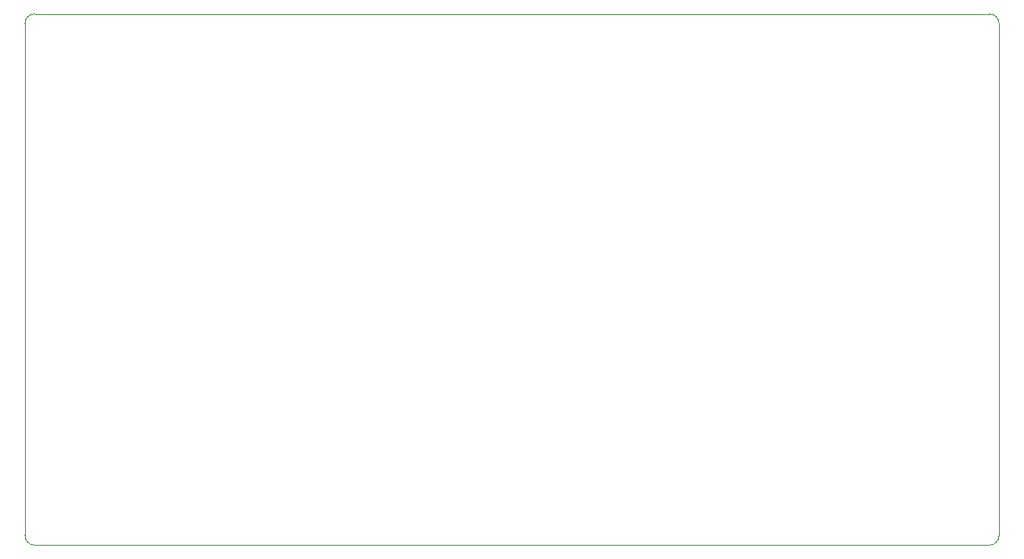
<source format=gbr>
%TF.GenerationSoftware,KiCad,Pcbnew,7.0.2*%
%TF.CreationDate,2023-09-29T20:56:57+02:00*%
%TF.ProjectId,RocciBoard,526f6363-6942-46f6-9172-642e6b696361,rev?*%
%TF.SameCoordinates,Original*%
%TF.FileFunction,Profile,NP*%
%FSLAX46Y46*%
G04 Gerber Fmt 4.6, Leading zero omitted, Abs format (unit mm)*
G04 Created by KiCad (PCBNEW 7.0.2) date 2023-09-29 20:56:57*
%MOMM*%
%LPD*%
G01*
G04 APERTURE LIST*
%TA.AperFunction,Profile*%
%ADD10C,0.100000*%
%TD*%
G04 APERTURE END LIST*
D10*
X119634000Y-130318000D02*
G75*
G03*
X120634000Y-131318000I1000000J0D01*
G01*
X119634000Y-78318000D02*
X119634000Y-130318000D01*
X218634000Y-130318000D02*
X218634000Y-78318000D01*
X120634000Y-77318000D02*
G75*
G03*
X119634000Y-78318000I0J-1000000D01*
G01*
X217634000Y-77318000D02*
X120634000Y-77318000D01*
X120634000Y-131318000D02*
X217634000Y-131318000D01*
X217634000Y-131318000D02*
G75*
G03*
X218634000Y-130318000I0J1000000D01*
G01*
X218634000Y-78318000D02*
G75*
G03*
X217634000Y-77318000I-1000000J0D01*
G01*
M02*

</source>
